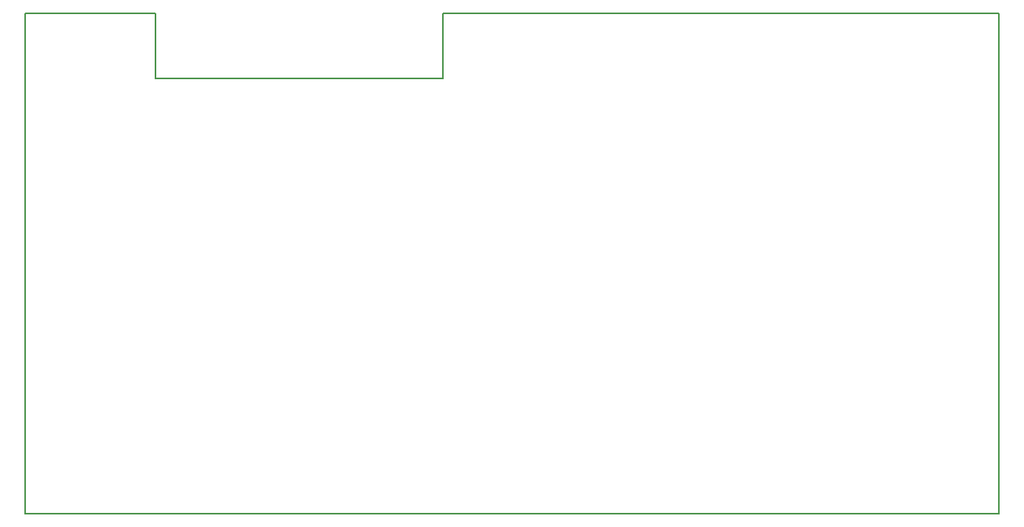
<source format=gko>
G04 #@! TF.FileFunction,Profile,NP*
%FSLAX46Y46*%
G04 Gerber Fmt 4.6, Leading zero omitted, Abs format (unit mm)*
G04 Created by KiCad (PCBNEW 4.0.0-2.201512072331+6194~38~ubuntu14.04.1-stable) date Sun 31 Jul 2016 10:05:07 AM CEST*
%MOMM*%
G01*
G04 APERTURE LIST*
%ADD10C,0.100000*%
%ADD11C,0.200000*%
G04 APERTURE END LIST*
D10*
D11*
X141500000Y-72000000D02*
X141500000Y-65000000D01*
X141500000Y-65000000D02*
X201500000Y-65000000D01*
X201500000Y-65000000D02*
X201500000Y-119000000D01*
X201500000Y-119000000D02*
X96500000Y-119000000D01*
X96500000Y-119000000D02*
X96500000Y-65000000D01*
X110500000Y-72000000D02*
X141500000Y-72000000D01*
X110500000Y-65000000D02*
X110500000Y-72000000D01*
X96500000Y-65000000D02*
X110500000Y-65000000D01*
M02*

</source>
